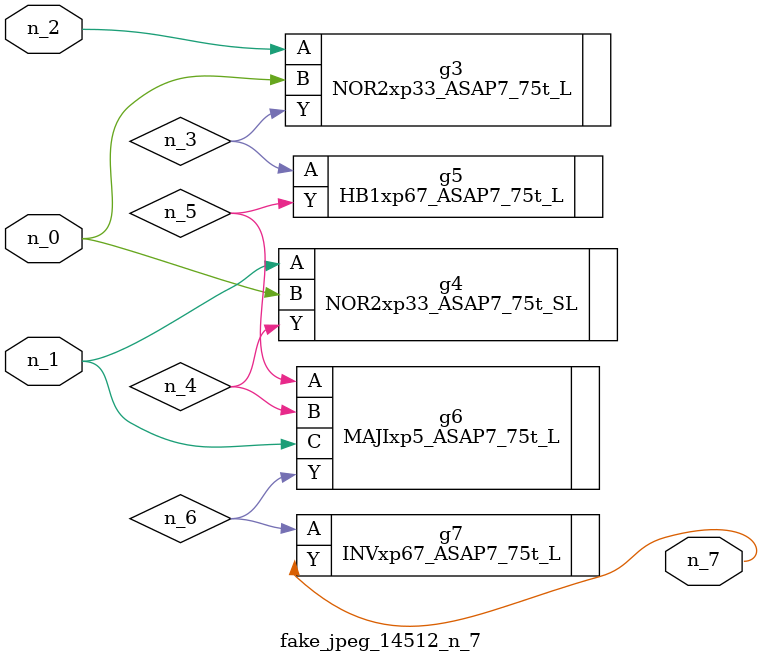
<source format=v>
module fake_jpeg_14512_n_7 (n_0, n_2, n_1, n_7);

input n_0;
input n_2;
input n_1;

output n_7;

wire n_3;
wire n_4;
wire n_6;
wire n_5;

NOR2xp33_ASAP7_75t_L g3 ( 
.A(n_2),
.B(n_0),
.Y(n_3)
);

NOR2xp33_ASAP7_75t_SL g4 ( 
.A(n_1),
.B(n_0),
.Y(n_4)
);

HB1xp67_ASAP7_75t_L g5 ( 
.A(n_3),
.Y(n_5)
);

MAJIxp5_ASAP7_75t_L g6 ( 
.A(n_5),
.B(n_4),
.C(n_1),
.Y(n_6)
);

INVxp67_ASAP7_75t_L g7 ( 
.A(n_6),
.Y(n_7)
);


endmodule
</source>
